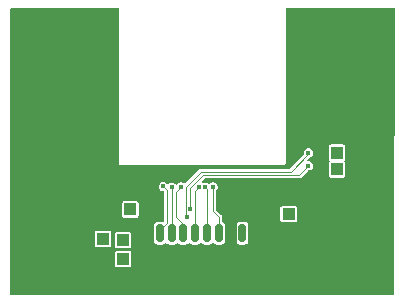
<source format=gbr>
%TF.GenerationSoftware,KiCad,Pcbnew,9.0.0*%
%TF.CreationDate,2025-04-09T13:07:37+02:00*%
%TF.ProjectId,breakoutboard,62726561-6b6f-4757-9462-6f6172642e6b,rev?*%
%TF.SameCoordinates,Original*%
%TF.FileFunction,Copper,L2,Bot*%
%TF.FilePolarity,Positive*%
%FSLAX46Y46*%
G04 Gerber Fmt 4.6, Leading zero omitted, Abs format (unit mm)*
G04 Created by KiCad (PCBNEW 9.0.0) date 2025-04-09 13:07:37*
%MOMM*%
%LPD*%
G01*
G04 APERTURE LIST*
G04 Aperture macros list*
%AMRoundRect*
0 Rectangle with rounded corners*
0 $1 Rounding radius*
0 $2 $3 $4 $5 $6 $7 $8 $9 X,Y pos of 4 corners*
0 Add a 4 corners polygon primitive as box body*
4,1,4,$2,$3,$4,$5,$6,$7,$8,$9,$2,$3,0*
0 Add four circle primitives for the rounded corners*
1,1,$1+$1,$2,$3*
1,1,$1+$1,$4,$5*
1,1,$1+$1,$6,$7*
1,1,$1+$1,$8,$9*
0 Add four rect primitives between the rounded corners*
20,1,$1+$1,$2,$3,$4,$5,0*
20,1,$1+$1,$4,$5,$6,$7,0*
20,1,$1+$1,$6,$7,$8,$9,0*
20,1,$1+$1,$8,$9,$2,$3,0*%
G04 Aperture macros list end*
%TA.AperFunction,ComponentPad*%
%ADD10R,1.000000X1.000000*%
%TD*%
%TA.AperFunction,ComponentPad*%
%ADD11C,3.000000*%
%TD*%
%TA.AperFunction,SMDPad,CuDef*%
%ADD12RoundRect,0.150000X0.150000X0.625000X-0.150000X0.625000X-0.150000X-0.625000X0.150000X-0.625000X0*%
%TD*%
%TA.AperFunction,SMDPad,CuDef*%
%ADD13RoundRect,0.250000X0.350000X0.650000X-0.350000X0.650000X-0.350000X-0.650000X0.350000X-0.650000X0*%
%TD*%
%TA.AperFunction,ViaPad*%
%ADD14C,0.400000*%
%TD*%
%TA.AperFunction,Conductor*%
%ADD15C,0.300000*%
%TD*%
%TA.AperFunction,Conductor*%
%ADD16C,0.120000*%
%TD*%
G04 APERTURE END LIST*
D10*
%TO.P,,1*%
%TO.N,+3.3V*%
X157300000Y-102000000D03*
%TD*%
%TO.P,,1*%
%TO.N,+5V*%
X143900000Y-101600000D03*
%TD*%
%TO.P,,1*%
%TO.N,rxout*%
X161400000Y-96800000D03*
%TD*%
%TO.P,,1*%
%TO.N,txout*%
X161400000Y-98200000D03*
%TD*%
%TO.P,REF\u002A\u002A,1*%
%TO.N,GPIO3*%
X141600000Y-104100000D03*
%TD*%
D11*
%TO.P,,1*%
%TO.N,GND*%
X158700000Y-94450000D03*
%TD*%
%TO.P,,1*%
%TO.N,GND*%
X141300000Y-94450000D03*
%TD*%
D10*
%TO.P,REF\u002A\u002A,1*%
%TO.N,GPIO2*%
X143300000Y-104200000D03*
%TD*%
D11*
%TO.P,,1*%
%TO.N,GND*%
X158700000Y-87450000D03*
%TD*%
D10*
%TO.P,REF\u002A\u002A,1*%
%TO.N,GPIO1*%
X143300000Y-105800000D03*
%TD*%
D11*
%TO.P,,1*%
%TO.N,GND*%
X141300000Y-87450000D03*
%TD*%
D12*
%TO.P,J2,1,Pin_1*%
%TO.N,+3.3V*%
X153400000Y-103600000D03*
%TO.P,J2,2,Pin_2*%
%TO.N,GND*%
X152400000Y-103600000D03*
%TO.P,J2,3,Pin_3*%
%TO.N,I2C_SCL*%
X151400000Y-103600000D03*
%TO.P,J2,4,Pin_4*%
%TO.N,I2C_SDA*%
X150400000Y-103600000D03*
%TO.P,J2,5,Pin_5*%
%TO.N,SPI_MISO{slash}DAT12*%
X149400000Y-103600000D03*
%TO.P,J2,6,Pin_6*%
%TO.N,SPI_CLK{slash}DAT15*%
X148400000Y-103600000D03*
%TO.P,J2,7,Pin_7*%
%TO.N,SPI_MOSI{slash}DAT13*%
X147400000Y-103600000D03*
%TO.P,J2,8,Pin_8*%
%TO.N,SPI_CS{slash}DAT14*%
X146400000Y-103600000D03*
D13*
%TO.P,J2,MP*%
%TO.N,GND*%
X154700000Y-107475000D03*
X145100000Y-107475000D03*
%TD*%
D14*
%TO.N,GND*%
X145500000Y-108200000D03*
X144700000Y-108200000D03*
X154300000Y-108200000D03*
X155100000Y-108200000D03*
X155100000Y-106800000D03*
X154300000Y-106800000D03*
X145100000Y-107475000D03*
X154700000Y-107475000D03*
X144900000Y-101700000D03*
X162200000Y-92500000D03*
X161900000Y-89000000D03*
X137700000Y-90100000D03*
X137600000Y-87200000D03*
X160100000Y-95900000D03*
X162400000Y-97400000D03*
X159500000Y-98600000D03*
X158100000Y-99100000D03*
X157500000Y-97500000D03*
%TO.N,TXO*%
X158990000Y-97900000D03*
%TO.N,RX0*%
X158990000Y-96800000D03*
X148700000Y-102200000D03*
%TO.N,TXO*%
X149000000Y-101600000D03*
%TO.N,GND*%
X159900000Y-100400000D03*
X156000000Y-103700000D03*
X153500000Y-106600000D03*
X165900000Y-85000000D03*
X154900000Y-100900000D03*
X165700000Y-108400000D03*
X140200000Y-102200000D03*
X134400000Y-97200000D03*
X146500000Y-107500000D03*
X144300000Y-104800000D03*
X134100000Y-85000000D03*
X138600000Y-106000000D03*
X137200000Y-94900000D03*
X151700000Y-101700000D03*
X140700000Y-107400000D03*
X157500000Y-85000000D03*
X165900000Y-94800000D03*
X134300000Y-102800000D03*
X146100000Y-104900000D03*
X146000000Y-100000000D03*
X139300000Y-99600000D03*
X154200000Y-99900000D03*
X147900000Y-104900000D03*
X161900000Y-85000000D03*
X134400000Y-99400000D03*
X139100000Y-101900000D03*
X142600000Y-85000000D03*
X156900000Y-100000000D03*
X142800000Y-103200000D03*
X141500000Y-98100000D03*
X144600000Y-103400000D03*
X146700000Y-98200000D03*
X138700000Y-100400000D03*
X134100000Y-108500000D03*
X140000000Y-103900000D03*
X165900000Y-98800000D03*
X143600000Y-107300000D03*
X142800000Y-101600000D03*
X145100000Y-100900000D03*
X151100000Y-107300000D03*
X155700000Y-104700000D03*
X143100000Y-99700000D03*
X152400000Y-103600000D03*
X140800000Y-105700000D03*
X162300000Y-101800000D03*
X160600000Y-108400000D03*
X144700000Y-98200000D03*
X137400000Y-104700000D03*
X161100000Y-101000000D03*
X165900000Y-89700000D03*
X156300000Y-108400000D03*
X149500000Y-105800000D03*
X165800000Y-103500000D03*
X142200000Y-105200000D03*
X134500000Y-93200000D03*
X154800000Y-99300000D03*
X160800000Y-102800000D03*
X148800000Y-98200000D03*
X155300000Y-99900000D03*
X146500000Y-102400000D03*
X152200000Y-99800000D03*
X138000000Y-97300000D03*
X145100000Y-99000000D03*
X151600000Y-99800000D03*
%TO.N,+3.3V*%
X153400000Y-103800000D03*
X153400000Y-103100000D03*
%TO.N,I2C_SDA*%
X150400000Y-103600000D03*
X150200000Y-99700000D03*
%TO.N,SPI_CLK{slash}DAT15*%
X148200000Y-99700000D03*
%TO.N,SPI_CS{slash}DAT14*%
X146700000Y-99650002D03*
%TO.N,I2C_SCL*%
X151400000Y-103600000D03*
X150900000Y-99700000D03*
%TO.N,SPI_MISO{slash}DAT12*%
X149700000Y-99700000D03*
%TO.N,SPI_MOSI{slash}DAT13*%
X147400000Y-99700000D03*
%TD*%
D15*
%TO.N,GND*%
X157024678Y-98001000D02*
X157500000Y-97525678D01*
X148999000Y-98001000D02*
X157024678Y-98001000D01*
X148800000Y-98200000D02*
X148999000Y-98001000D01*
X157500000Y-97525678D02*
X157500000Y-97500000D01*
D16*
%TO.N,RX0*%
X149900000Y-98400000D02*
X157500000Y-98400000D01*
X148639000Y-99661000D02*
X149900000Y-98400000D01*
X157500000Y-98400000D02*
X158990000Y-96910000D01*
X148639000Y-102139000D02*
X148639000Y-99661000D01*
X148700000Y-102200000D02*
X148639000Y-102139000D01*
X158990000Y-96910000D02*
X158990000Y-96800000D01*
%TO.N,TXO*%
X158190000Y-98700000D02*
X158990000Y-97900000D01*
X150100000Y-98700000D02*
X158190000Y-98700000D01*
X149000000Y-99800000D02*
X150100000Y-98700000D01*
X149000000Y-101600000D02*
X149000000Y-99800000D01*
%TO.N,I2C_SCL*%
X151400000Y-102200000D02*
X151400000Y-103600000D01*
X150900000Y-101700000D02*
X151400000Y-102200000D01*
X150900000Y-99700000D02*
X150900000Y-101700000D01*
%TO.N,I2C_SDA*%
X150400000Y-99900000D02*
X150400000Y-103600000D01*
X150200000Y-99700000D02*
X150400000Y-99900000D01*
%TO.N,SPI_MISO{slash}DAT12*%
X149400000Y-100000000D02*
X149400000Y-103600000D01*
X149700000Y-99700000D02*
X149400000Y-100000000D01*
%TO.N,SPI_CS{slash}DAT14*%
X147000000Y-102781022D02*
X146400000Y-103381022D01*
X147000000Y-99950002D02*
X147000000Y-102781022D01*
X146700000Y-99650002D02*
X147000000Y-99950002D01*
X146400000Y-103381022D02*
X146400000Y-103600000D01*
%TO.N,SPI_MOSI{slash}DAT13*%
X147400000Y-99700000D02*
X147400000Y-103600000D01*
%TO.N,SPI_CLK{slash}DAT15*%
X148400000Y-102800000D02*
X148400000Y-103600000D01*
X148200000Y-99700000D02*
X147800000Y-100100000D01*
X147800000Y-100100000D02*
X147800000Y-102200000D01*
X147800000Y-102200000D02*
X148400000Y-102800000D01*
%TD*%
%TA.AperFunction,Conductor*%
%TO.N,GND*%
G36*
X142927826Y-84572174D02*
G01*
X142949500Y-84624500D01*
X142949500Y-97729936D01*
X142971709Y-97783553D01*
X142972413Y-97785251D01*
X143014749Y-97827587D01*
X143070064Y-97850500D01*
X156929935Y-97850500D01*
X156929936Y-97850500D01*
X156985251Y-97827587D01*
X157027587Y-97785251D01*
X157050500Y-97729936D01*
X157050500Y-96280253D01*
X160699500Y-96280253D01*
X160699500Y-97319746D01*
X160711133Y-97378232D01*
X160740608Y-97422343D01*
X160755448Y-97444552D01*
X160755451Y-97444554D01*
X160758571Y-97447674D01*
X160780245Y-97500000D01*
X160758571Y-97552326D01*
X160755447Y-97555449D01*
X160711133Y-97621767D01*
X160699500Y-97680253D01*
X160699500Y-98719746D01*
X160711133Y-98778232D01*
X160740608Y-98822343D01*
X160755448Y-98844552D01*
X160799560Y-98874027D01*
X160821767Y-98888866D01*
X160821768Y-98888866D01*
X160821769Y-98888867D01*
X160880252Y-98900500D01*
X160880254Y-98900500D01*
X161919746Y-98900500D01*
X161919748Y-98900500D01*
X161978231Y-98888867D01*
X162044552Y-98844552D01*
X162088867Y-98778231D01*
X162100500Y-98719748D01*
X162100500Y-97680252D01*
X162088867Y-97621769D01*
X162044552Y-97555448D01*
X162044548Y-97555445D01*
X162041429Y-97552326D01*
X162019755Y-97500000D01*
X162041429Y-97447674D01*
X162044545Y-97444556D01*
X162044552Y-97444552D01*
X162088867Y-97378231D01*
X162100500Y-97319748D01*
X162100500Y-96280252D01*
X162088867Y-96221769D01*
X162044552Y-96155448D01*
X162022343Y-96140608D01*
X161978232Y-96111133D01*
X161978233Y-96111133D01*
X161948989Y-96105316D01*
X161919748Y-96099500D01*
X160880252Y-96099500D01*
X160851010Y-96105316D01*
X160821767Y-96111133D01*
X160755449Y-96155447D01*
X160755447Y-96155449D01*
X160711133Y-96221767D01*
X160699500Y-96280253D01*
X157050500Y-96280253D01*
X157050500Y-84624500D01*
X157072174Y-84572174D01*
X157124500Y-84550500D01*
X166232672Y-84550500D01*
X166284998Y-84572174D01*
X166306672Y-84624500D01*
X166218501Y-106319748D01*
X166208519Y-108775801D01*
X166186633Y-108828038D01*
X166134520Y-108849500D01*
X133824500Y-108849500D01*
X133772174Y-108827826D01*
X133750500Y-108775500D01*
X133750500Y-105280253D01*
X142599500Y-105280253D01*
X142599500Y-106319746D01*
X142611133Y-106378232D01*
X142640608Y-106422343D01*
X142655448Y-106444552D01*
X142699560Y-106474027D01*
X142721767Y-106488866D01*
X142721768Y-106488866D01*
X142721769Y-106488867D01*
X142780252Y-106500500D01*
X142780254Y-106500500D01*
X143819746Y-106500500D01*
X143819748Y-106500500D01*
X143878231Y-106488867D01*
X143944552Y-106444552D01*
X143988867Y-106378231D01*
X144000500Y-106319748D01*
X144000500Y-105280252D01*
X143988867Y-105221769D01*
X143944552Y-105155448D01*
X143922343Y-105140608D01*
X143878232Y-105111133D01*
X143878233Y-105111133D01*
X143848989Y-105105316D01*
X143819748Y-105099500D01*
X142780252Y-105099500D01*
X142751010Y-105105316D01*
X142721767Y-105111133D01*
X142655449Y-105155447D01*
X142655447Y-105155449D01*
X142611133Y-105221767D01*
X142599500Y-105280253D01*
X133750500Y-105280253D01*
X133750500Y-103580253D01*
X140899500Y-103580253D01*
X140899500Y-104619746D01*
X140911133Y-104678232D01*
X140938873Y-104719746D01*
X140955448Y-104744552D01*
X140999560Y-104774027D01*
X141021767Y-104788866D01*
X141021768Y-104788866D01*
X141021769Y-104788867D01*
X141080252Y-104800500D01*
X141080254Y-104800500D01*
X142119746Y-104800500D01*
X142119748Y-104800500D01*
X142178231Y-104788867D01*
X142244552Y-104744552D01*
X142288867Y-104678231D01*
X142300500Y-104619748D01*
X142300500Y-103680252D01*
X142599500Y-103680252D01*
X142599500Y-104719748D01*
X142604434Y-104744552D01*
X142611133Y-104778232D01*
X142626013Y-104800500D01*
X142655448Y-104844552D01*
X142699560Y-104874027D01*
X142721767Y-104888866D01*
X142721768Y-104888866D01*
X142721769Y-104888867D01*
X142780252Y-104900500D01*
X142780254Y-104900500D01*
X143819746Y-104900500D01*
X143819748Y-104900500D01*
X143878231Y-104888867D01*
X143944552Y-104844552D01*
X143988867Y-104778231D01*
X144000500Y-104719748D01*
X144000500Y-103680252D01*
X143988867Y-103621769D01*
X143944552Y-103555448D01*
X143894146Y-103521767D01*
X143878232Y-103511133D01*
X143878233Y-103511133D01*
X143848989Y-103505316D01*
X143819748Y-103499500D01*
X142780252Y-103499500D01*
X142751010Y-103505316D01*
X142721767Y-103511133D01*
X142655449Y-103555447D01*
X142655447Y-103555449D01*
X142611133Y-103621767D01*
X142611133Y-103621769D01*
X142599500Y-103680252D01*
X142300500Y-103680252D01*
X142300500Y-103580252D01*
X142288867Y-103521769D01*
X142244552Y-103455448D01*
X142222343Y-103440608D01*
X142178232Y-103411133D01*
X142178233Y-103411133D01*
X142148989Y-103405316D01*
X142119748Y-103399500D01*
X141080252Y-103399500D01*
X141051010Y-103405316D01*
X141021767Y-103411133D01*
X140955449Y-103455447D01*
X140955447Y-103455449D01*
X140911133Y-103521767D01*
X140899500Y-103580253D01*
X133750500Y-103580253D01*
X133750500Y-102941735D01*
X145899500Y-102941735D01*
X145899500Y-104258264D01*
X145909427Y-104326393D01*
X145909427Y-104326394D01*
X145960801Y-104431482D01*
X145960802Y-104431483D01*
X146043517Y-104514198D01*
X146148607Y-104565573D01*
X146216740Y-104575500D01*
X146216746Y-104575500D01*
X146583254Y-104575500D01*
X146583260Y-104575500D01*
X146651393Y-104565573D01*
X146756483Y-104514198D01*
X146839198Y-104431483D01*
X146839200Y-104431477D01*
X146839773Y-104430677D01*
X146840387Y-104430293D01*
X146843534Y-104427147D01*
X146844261Y-104427874D01*
X146887817Y-104400684D01*
X146942997Y-104413447D01*
X146960227Y-104430677D01*
X146960801Y-104431481D01*
X146960802Y-104431483D01*
X147043517Y-104514198D01*
X147148607Y-104565573D01*
X147216740Y-104575500D01*
X147216746Y-104575500D01*
X147583254Y-104575500D01*
X147583260Y-104575500D01*
X147651393Y-104565573D01*
X147756483Y-104514198D01*
X147839198Y-104431483D01*
X147839200Y-104431477D01*
X147839773Y-104430677D01*
X147840387Y-104430293D01*
X147843534Y-104427147D01*
X147844261Y-104427874D01*
X147887817Y-104400684D01*
X147942997Y-104413447D01*
X147960227Y-104430677D01*
X147960801Y-104431481D01*
X147960802Y-104431483D01*
X148043517Y-104514198D01*
X148148607Y-104565573D01*
X148216740Y-104575500D01*
X148216746Y-104575500D01*
X148583254Y-104575500D01*
X148583260Y-104575500D01*
X148651393Y-104565573D01*
X148756483Y-104514198D01*
X148839198Y-104431483D01*
X148839200Y-104431477D01*
X148839773Y-104430677D01*
X148840387Y-104430293D01*
X148843534Y-104427147D01*
X148844261Y-104427874D01*
X148887817Y-104400684D01*
X148942997Y-104413447D01*
X148960227Y-104430677D01*
X148960801Y-104431481D01*
X148960802Y-104431483D01*
X149043517Y-104514198D01*
X149148607Y-104565573D01*
X149216740Y-104575500D01*
X149216746Y-104575500D01*
X149583254Y-104575500D01*
X149583260Y-104575500D01*
X149651393Y-104565573D01*
X149756483Y-104514198D01*
X149839198Y-104431483D01*
X149839200Y-104431477D01*
X149839773Y-104430677D01*
X149840387Y-104430293D01*
X149843534Y-104427147D01*
X149844261Y-104427874D01*
X149887817Y-104400684D01*
X149942997Y-104413447D01*
X149960227Y-104430677D01*
X149960801Y-104431481D01*
X149960802Y-104431483D01*
X150043517Y-104514198D01*
X150148607Y-104565573D01*
X150216740Y-104575500D01*
X150216746Y-104575500D01*
X150583254Y-104575500D01*
X150583260Y-104575500D01*
X150651393Y-104565573D01*
X150756483Y-104514198D01*
X150839198Y-104431483D01*
X150839200Y-104431477D01*
X150839773Y-104430677D01*
X150840387Y-104430293D01*
X150843534Y-104427147D01*
X150844261Y-104427874D01*
X150887817Y-104400684D01*
X150942997Y-104413447D01*
X150960227Y-104430677D01*
X150960801Y-104431481D01*
X150960802Y-104431483D01*
X151043517Y-104514198D01*
X151148607Y-104565573D01*
X151216740Y-104575500D01*
X151216746Y-104575500D01*
X151583254Y-104575500D01*
X151583260Y-104575500D01*
X151651393Y-104565573D01*
X151756483Y-104514198D01*
X151839198Y-104431483D01*
X151890573Y-104326393D01*
X151900500Y-104258260D01*
X151900500Y-102941740D01*
X151900499Y-102941735D01*
X152899500Y-102941735D01*
X152899500Y-104258264D01*
X152909427Y-104326393D01*
X152909427Y-104326394D01*
X152960801Y-104431482D01*
X152960802Y-104431483D01*
X153043517Y-104514198D01*
X153148607Y-104565573D01*
X153216740Y-104575500D01*
X153216746Y-104575500D01*
X153583254Y-104575500D01*
X153583260Y-104575500D01*
X153651393Y-104565573D01*
X153756483Y-104514198D01*
X153839198Y-104431483D01*
X153890573Y-104326393D01*
X153900500Y-104258260D01*
X153900500Y-102941740D01*
X153890573Y-102873607D01*
X153839198Y-102768517D01*
X153756483Y-102685802D01*
X153756482Y-102685801D01*
X153651394Y-102634427D01*
X153583264Y-102624500D01*
X153583260Y-102624500D01*
X153216740Y-102624500D01*
X153216735Y-102624500D01*
X153148606Y-102634427D01*
X153148605Y-102634427D01*
X153043517Y-102685801D01*
X152960801Y-102768517D01*
X152909427Y-102873605D01*
X152909427Y-102873606D01*
X152899500Y-102941735D01*
X151900499Y-102941735D01*
X151890573Y-102873607D01*
X151839198Y-102768517D01*
X151756483Y-102685802D01*
X151748295Y-102681799D01*
X151701999Y-102659166D01*
X151664509Y-102616712D01*
X151660500Y-102592685D01*
X151660500Y-102148183D01*
X151660499Y-102148181D01*
X151635233Y-102087182D01*
X151620843Y-102052441D01*
X151620841Y-102052438D01*
X151182174Y-101613771D01*
X151160500Y-101561445D01*
X151160500Y-101480252D01*
X156599500Y-101480252D01*
X156599500Y-102519748D01*
X156599646Y-102520480D01*
X156611133Y-102578232D01*
X156636846Y-102616712D01*
X156655448Y-102644552D01*
X156698202Y-102673120D01*
X156721767Y-102688866D01*
X156721768Y-102688866D01*
X156721769Y-102688867D01*
X156780252Y-102700500D01*
X156780254Y-102700500D01*
X157819746Y-102700500D01*
X157819748Y-102700500D01*
X157878231Y-102688867D01*
X157944552Y-102644552D01*
X157988867Y-102578231D01*
X158000500Y-102519748D01*
X158000500Y-101480252D01*
X157988867Y-101421769D01*
X157944552Y-101355448D01*
X157922343Y-101340608D01*
X157878232Y-101311133D01*
X157878233Y-101311133D01*
X157848989Y-101305316D01*
X157819748Y-101299500D01*
X156780252Y-101299500D01*
X156751010Y-101305316D01*
X156721767Y-101311133D01*
X156655449Y-101355447D01*
X156655447Y-101355449D01*
X156611133Y-101421767D01*
X156611133Y-101421769D01*
X156599500Y-101480252D01*
X151160500Y-101480252D01*
X151160500Y-100036545D01*
X151182174Y-99984219D01*
X151195912Y-99970481D01*
X151220480Y-99945913D01*
X151273207Y-99854587D01*
X151300499Y-99752729D01*
X151300500Y-99752729D01*
X151300500Y-99647271D01*
X151300499Y-99647270D01*
X151273208Y-99545417D01*
X151273207Y-99545413D01*
X151220480Y-99454087D01*
X151145913Y-99379520D01*
X151057613Y-99328540D01*
X151054591Y-99326795D01*
X151054582Y-99326791D01*
X150952729Y-99299500D01*
X150952727Y-99299500D01*
X150847273Y-99299500D01*
X150847271Y-99299500D01*
X150745417Y-99326791D01*
X150745408Y-99326795D01*
X150654086Y-99379520D01*
X150602326Y-99431281D01*
X150550000Y-99452955D01*
X150497674Y-99431281D01*
X150445913Y-99379520D01*
X150354591Y-99326795D01*
X150354582Y-99326791D01*
X150252729Y-99299500D01*
X150252727Y-99299500D01*
X150147273Y-99299500D01*
X150147271Y-99299500D01*
X150045414Y-99326792D01*
X150041194Y-99328540D01*
X149984556Y-99328532D01*
X149944513Y-99288479D01*
X149944521Y-99231841D01*
X149960555Y-99207846D01*
X150186229Y-98982174D01*
X150238555Y-98960500D01*
X158241815Y-98960500D01*
X158241817Y-98960500D01*
X158337561Y-98920841D01*
X158936229Y-98322174D01*
X158988555Y-98300500D01*
X159042729Y-98300500D01*
X159042729Y-98300499D01*
X159144587Y-98273207D01*
X159235913Y-98220480D01*
X159310480Y-98145913D01*
X159363207Y-98054587D01*
X159390499Y-97952729D01*
X159390500Y-97952729D01*
X159390500Y-97847271D01*
X159390499Y-97847270D01*
X159363208Y-97745417D01*
X159363207Y-97745413D01*
X159310480Y-97654087D01*
X159235913Y-97579520D01*
X159183917Y-97549500D01*
X159144591Y-97526795D01*
X159144582Y-97526791D01*
X159042729Y-97499500D01*
X159042727Y-97499500D01*
X158947553Y-97499500D01*
X158895227Y-97477826D01*
X158873553Y-97425500D01*
X158895227Y-97373174D01*
X159063095Y-97205306D01*
X159096268Y-97186153D01*
X159144587Y-97173207D01*
X159235913Y-97120480D01*
X159310480Y-97045913D01*
X159363207Y-96954587D01*
X159390499Y-96852729D01*
X159390500Y-96852729D01*
X159390500Y-96747271D01*
X159390499Y-96747270D01*
X159363208Y-96645417D01*
X159363207Y-96645413D01*
X159310480Y-96554087D01*
X159235913Y-96479520D01*
X159144591Y-96426795D01*
X159144582Y-96426791D01*
X159042729Y-96399500D01*
X159042727Y-96399500D01*
X158937273Y-96399500D01*
X158937271Y-96399500D01*
X158835417Y-96426791D01*
X158835408Y-96426795D01*
X158744086Y-96479520D01*
X158669520Y-96554086D01*
X158616795Y-96645408D01*
X158616791Y-96645417D01*
X158589500Y-96747270D01*
X158589500Y-96852726D01*
X158597328Y-96881943D01*
X158589934Y-96938096D01*
X158578175Y-96953421D01*
X157413772Y-98117826D01*
X157361446Y-98139500D01*
X149848183Y-98139500D01*
X149832701Y-98145913D01*
X149752439Y-98179158D01*
X148551321Y-99380276D01*
X148498995Y-99401950D01*
X148450295Y-99381778D01*
X148449762Y-99382473D01*
X148447168Y-99380482D01*
X148446669Y-99380276D01*
X148445913Y-99379520D01*
X148354591Y-99326795D01*
X148354582Y-99326791D01*
X148252729Y-99299500D01*
X148252727Y-99299500D01*
X148147273Y-99299500D01*
X148147271Y-99299500D01*
X148045417Y-99326791D01*
X148045408Y-99326795D01*
X147954086Y-99379520D01*
X147879521Y-99454085D01*
X147879520Y-99454087D01*
X147864434Y-99480218D01*
X147864086Y-99480820D01*
X147819152Y-99515298D01*
X147762999Y-99507905D01*
X147735914Y-99480820D01*
X147720480Y-99454087D01*
X147645913Y-99379520D01*
X147557613Y-99328540D01*
X147554591Y-99326795D01*
X147554582Y-99326791D01*
X147452729Y-99299500D01*
X147452727Y-99299500D01*
X147347273Y-99299500D01*
X147347271Y-99299500D01*
X147245417Y-99326791D01*
X147245408Y-99326795D01*
X147154086Y-99379520D01*
X147127325Y-99406282D01*
X147074999Y-99427956D01*
X147022673Y-99406282D01*
X146945913Y-99329522D01*
X146854591Y-99276797D01*
X146854582Y-99276793D01*
X146752729Y-99249502D01*
X146752727Y-99249502D01*
X146647273Y-99249502D01*
X146647271Y-99249502D01*
X146545417Y-99276793D01*
X146545408Y-99276797D01*
X146454086Y-99329522D01*
X146379520Y-99404088D01*
X146326795Y-99495410D01*
X146326791Y-99495419D01*
X146299500Y-99597272D01*
X146299500Y-99702731D01*
X146326791Y-99804584D01*
X146326795Y-99804593D01*
X146379520Y-99895915D01*
X146454087Y-99970482D01*
X146545413Y-100023209D01*
X146647270Y-100050501D01*
X146647271Y-100050502D01*
X146647273Y-100050502D01*
X146665500Y-100050502D01*
X146717826Y-100072176D01*
X146739500Y-100124502D01*
X146739500Y-102561701D01*
X146717826Y-102614027D01*
X146665500Y-102635701D01*
X146654831Y-102634928D01*
X146583264Y-102624500D01*
X146583260Y-102624500D01*
X146216740Y-102624500D01*
X146216735Y-102624500D01*
X146148606Y-102634427D01*
X146148605Y-102634427D01*
X146043517Y-102685801D01*
X145960801Y-102768517D01*
X145909427Y-102873605D01*
X145909427Y-102873606D01*
X145899500Y-102941735D01*
X133750500Y-102941735D01*
X133750500Y-101080252D01*
X143199500Y-101080252D01*
X143199500Y-102119748D01*
X143204975Y-102147273D01*
X143211133Y-102178232D01*
X143228867Y-102204772D01*
X143255448Y-102244552D01*
X143267683Y-102252727D01*
X143321767Y-102288866D01*
X143321768Y-102288866D01*
X143321769Y-102288867D01*
X143380252Y-102300500D01*
X143380254Y-102300500D01*
X144419746Y-102300500D01*
X144419748Y-102300500D01*
X144478231Y-102288867D01*
X144544552Y-102244552D01*
X144588867Y-102178231D01*
X144600500Y-102119748D01*
X144600500Y-101080252D01*
X144588867Y-101021769D01*
X144544552Y-100955448D01*
X144522343Y-100940608D01*
X144478232Y-100911133D01*
X144478233Y-100911133D01*
X144448989Y-100905316D01*
X144419748Y-100899500D01*
X143380252Y-100899500D01*
X143351010Y-100905316D01*
X143321767Y-100911133D01*
X143255449Y-100955447D01*
X143255447Y-100955449D01*
X143211133Y-101021767D01*
X143211133Y-101021769D01*
X143199500Y-101080252D01*
X133750500Y-101080252D01*
X133750500Y-84624500D01*
X133772174Y-84572174D01*
X133824500Y-84550500D01*
X142875500Y-84550500D01*
X142927826Y-84572174D01*
G37*
%TD.AperFunction*%
%TD*%
M02*

</source>
